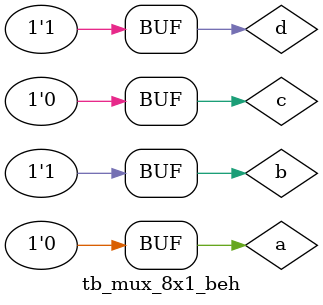
<source format=v>
module tb_mux_8x1_beh;
    //input
    reg a,b,c,d;
    //output
    wire f;
    mux_8x1_beh uut(
        .a(a),
        .b(b),
        .c(c),
        .d(d),
        .f(f)
    );
    initial begin
        {a,b,c,d}=4'b1111;
        #250;
        {a,b,c,d}=4'b0000;
        #250;
        {a,b,c,d}=4'b1010;
        #250;
        {a,b,c,d}=4'b0101;
    end
endmodule
</source>
